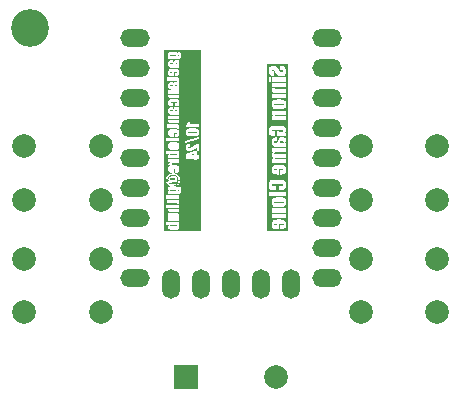
<source format=gbr>
%TF.GenerationSoftware,KiCad,Pcbnew,8.0.5*%
%TF.CreationDate,2024-10-15T22:02:10+02:00*%
%TF.ProjectId,_autosave-pcb,5f617574-6f73-4617-9665-2d7063622e6b,rev?*%
%TF.SameCoordinates,Original*%
%TF.FileFunction,Soldermask,Bot*%
%TF.FilePolarity,Negative*%
%FSLAX46Y46*%
G04 Gerber Fmt 4.6, Leading zero omitted, Abs format (unit mm)*
G04 Created by KiCad (PCBNEW 8.0.5) date 2024-10-15 22:02:10*
%MOMM*%
%LPD*%
G01*
G04 APERTURE LIST*
%ADD10C,0.150000*%
%ADD11C,0.200000*%
%ADD12C,2.000000*%
%ADD13C,3.200000*%
%ADD14R,2.000000X2.000000*%
%ADD15O,2.500000X1.500000*%
%ADD16O,1.500000X2.500000*%
G04 APERTURE END LIST*
D10*
G36*
X153927122Y-49655112D02*
G01*
X153835995Y-49655112D01*
X153768888Y-49653487D01*
X153711529Y-49645269D01*
X153683270Y-49604944D01*
X153707401Y-49558587D01*
X153773526Y-49550747D01*
X153835995Y-49549696D01*
X153927122Y-49549696D01*
X153927122Y-49655112D01*
G37*
G36*
X154426805Y-47671105D02*
G01*
X154470709Y-47679529D01*
X154496110Y-47721441D01*
X154472932Y-47763671D01*
X154407504Y-47773494D01*
X154372279Y-47774149D01*
X153822342Y-47774149D01*
X153755273Y-47772265D01*
X153707084Y-47764306D01*
X153683270Y-47722394D01*
X153707084Y-47679529D01*
X153771794Y-47669788D01*
X153822342Y-47668733D01*
X154360531Y-47668733D01*
X154426805Y-47671105D01*
G37*
G36*
X153927122Y-45019382D02*
G01*
X153835995Y-45019382D01*
X153768888Y-45017758D01*
X153711529Y-45009539D01*
X153683270Y-44969215D01*
X153707401Y-44922858D01*
X153773526Y-44915018D01*
X153835995Y-44913967D01*
X153927122Y-44913967D01*
X153927122Y-45019382D01*
G37*
G36*
X154412065Y-42569200D02*
G01*
X154468487Y-42579274D01*
X154496110Y-42626902D01*
X154474519Y-42671036D01*
X154411515Y-42680491D01*
X154360849Y-42681514D01*
X154110011Y-42681514D01*
X154152466Y-42630512D01*
X154202256Y-42588657D01*
X154219554Y-42580862D01*
X154285509Y-42569462D01*
X154346243Y-42567209D01*
X154412065Y-42569200D01*
G37*
G36*
X154426805Y-39392836D02*
G01*
X154470709Y-39401260D01*
X154496110Y-39443172D01*
X154472932Y-39485401D01*
X154407504Y-39495224D01*
X154372279Y-39495879D01*
X153822342Y-39495879D01*
X153755273Y-39493995D01*
X153707084Y-39486036D01*
X153683270Y-39444124D01*
X153707084Y-39401260D01*
X153771794Y-39391518D01*
X153822342Y-39390464D01*
X154360531Y-39390464D01*
X154426805Y-39392836D01*
G37*
G36*
X154843765Y-50161206D02*
G01*
X153071443Y-50161206D01*
X153071443Y-49588116D01*
X153480060Y-49588116D01*
X153480781Y-49604944D01*
X153482795Y-49651979D01*
X153492618Y-49718751D01*
X153512209Y-49785948D01*
X153537213Y-49838636D01*
X153576561Y-49894585D01*
X153623166Y-49939000D01*
X153682810Y-49974534D01*
X153688668Y-49977072D01*
X153755111Y-49998002D01*
X153819070Y-50009165D01*
X153882914Y-50014863D01*
X153954111Y-50016762D01*
X154110011Y-50016762D01*
X154110011Y-49549696D01*
X154368469Y-49549696D01*
X154435068Y-49552554D01*
X154472932Y-49561127D01*
X154496110Y-49605897D01*
X154465629Y-49660827D01*
X154400592Y-49673147D01*
X154346878Y-49674798D01*
X154191295Y-49674798D01*
X154191295Y-50016762D01*
X154277342Y-50016762D01*
X154345852Y-50015111D01*
X154411532Y-50008903D01*
X154443720Y-50002791D01*
X154503572Y-49979771D01*
X154559328Y-49944262D01*
X154567551Y-49938018D01*
X154615556Y-49892234D01*
X154652766Y-49837438D01*
X154666299Y-49809107D01*
X154686421Y-49744944D01*
X154696708Y-49676322D01*
X154699321Y-49613200D01*
X154696127Y-49544363D01*
X154686545Y-49480736D01*
X154668628Y-49416763D01*
X154666616Y-49411260D01*
X154638457Y-49351175D01*
X154600292Y-49298276D01*
X154576442Y-49275045D01*
X154524245Y-49238251D01*
X154463465Y-49211507D01*
X154450706Y-49207732D01*
X154384453Y-49195603D01*
X154319511Y-49190480D01*
X154250671Y-49188999D01*
X153907436Y-49188999D01*
X153843054Y-49191004D01*
X153777140Y-49198208D01*
X153712760Y-49212574D01*
X153664219Y-49230911D01*
X153607832Y-49266066D01*
X153561349Y-49313903D01*
X153527688Y-49368395D01*
X153502572Y-49430918D01*
X153486758Y-49499023D01*
X153480479Y-49565089D01*
X153480060Y-49588116D01*
X153071443Y-49588116D01*
X153071443Y-48835921D01*
X153480060Y-48835921D01*
X153486177Y-48900873D01*
X153508777Y-48964460D01*
X153523560Y-48987694D01*
X153569294Y-49033781D01*
X153628997Y-49062487D01*
X153633103Y-49063580D01*
X153701383Y-49074681D01*
X153765783Y-49079051D01*
X153834793Y-49080659D01*
X153853776Y-49080726D01*
X154679000Y-49080726D01*
X154679000Y-48720028D01*
X153859174Y-48720028D01*
X153792105Y-48719222D01*
X153726501Y-48714989D01*
X153710259Y-48711772D01*
X153683270Y-48667320D01*
X153714069Y-48619058D01*
X153781269Y-48611099D01*
X153846731Y-48609369D01*
X153878542Y-48609215D01*
X154679000Y-48609215D01*
X154679000Y-48248517D01*
X153500381Y-48248517D01*
X153500381Y-48615248D01*
X153607066Y-48609215D01*
X153554509Y-48649893D01*
X153513827Y-48701589D01*
X153511812Y-48705105D01*
X153487998Y-48766226D01*
X153480091Y-48831314D01*
X153480060Y-48835921D01*
X153071443Y-48835921D01*
X153071443Y-47709693D01*
X153480060Y-47709693D01*
X153480609Y-47722394D01*
X153482898Y-47775360D01*
X153492709Y-47841902D01*
X153511595Y-47907291D01*
X153515939Y-47918301D01*
X153545930Y-47977969D01*
X153585373Y-48030013D01*
X153609607Y-48052610D01*
X153664322Y-48090405D01*
X153724531Y-48116262D01*
X153728357Y-48117383D01*
X153794133Y-48129321D01*
X153862868Y-48134011D01*
X153914422Y-48134846D01*
X154202726Y-48134846D01*
X154268126Y-48134072D01*
X154332934Y-48131288D01*
X154399042Y-48124963D01*
X154435465Y-48118653D01*
X154498375Y-48097712D01*
X154553527Y-48065642D01*
X154573902Y-48050070D01*
X154620512Y-48002319D01*
X154656117Y-47944717D01*
X154668839Y-47914808D01*
X154687414Y-47849410D01*
X154696909Y-47783342D01*
X154699321Y-47724934D01*
X154697261Y-47660489D01*
X154690142Y-47595659D01*
X154676437Y-47532582D01*
X154673284Y-47522041D01*
X154647522Y-47460787D01*
X154610051Y-47408416D01*
X154594223Y-47393130D01*
X154539926Y-47355986D01*
X154480436Y-47331641D01*
X154466581Y-47327721D01*
X154399844Y-47315725D01*
X154335960Y-47310362D01*
X154269222Y-47308209D01*
X154241780Y-47308036D01*
X153940140Y-47308036D01*
X153871895Y-47309737D01*
X153802310Y-47315849D01*
X153734747Y-47328039D01*
X153684223Y-47343597D01*
X153625015Y-47374980D01*
X153574436Y-47419795D01*
X153535943Y-47472191D01*
X153506474Y-47535359D01*
X153489283Y-47600800D01*
X153481425Y-47665802D01*
X153480060Y-47709693D01*
X153071443Y-47709693D01*
X153071443Y-47192460D01*
X153236208Y-47192460D01*
X154679000Y-47192460D01*
X154679000Y-46820966D01*
X153236208Y-46820966D01*
X153236208Y-47192460D01*
X153071443Y-47192460D01*
X153071443Y-46252296D01*
X153215887Y-46252296D01*
X153218926Y-46322167D01*
X153228042Y-46386477D01*
X153245902Y-46453165D01*
X153271700Y-46512590D01*
X153279390Y-46526312D01*
X153317419Y-46581185D01*
X153365505Y-46628428D01*
X153425491Y-46663706D01*
X153437196Y-46668241D01*
X153498554Y-46684664D01*
X153567053Y-46694751D01*
X153637766Y-46700092D01*
X153706383Y-46702083D01*
X153730898Y-46702216D01*
X153866159Y-46702216D01*
X153866159Y-46326277D01*
X153620085Y-46326277D01*
X153556013Y-46324851D01*
X153492117Y-46316368D01*
X153486411Y-46314211D01*
X153459739Y-46261186D01*
X153488204Y-46203847D01*
X153492126Y-46202128D01*
X153557002Y-46191789D01*
X153625198Y-46189757D01*
X153631833Y-46189745D01*
X154289408Y-46189745D01*
X154356711Y-46191487D01*
X154419825Y-46200629D01*
X154424034Y-46202128D01*
X154455468Y-46258329D01*
X154423399Y-46313259D01*
X154359437Y-46323785D01*
X154293247Y-46326163D01*
X154271627Y-46326277D01*
X154089690Y-46326277D01*
X154089690Y-46702216D01*
X154145891Y-46702216D01*
X154212856Y-46701440D01*
X154284803Y-46698464D01*
X154357144Y-46692169D01*
X154424527Y-46681255D01*
X154464359Y-46670464D01*
X154526054Y-46639555D01*
X154577452Y-46595698D01*
X154619892Y-46543396D01*
X154628832Y-46530122D01*
X154659671Y-46472810D01*
X154681698Y-46409149D01*
X154694915Y-46339136D01*
X154699252Y-46272666D01*
X154699321Y-46262774D01*
X154696510Y-46193304D01*
X154688077Y-46129365D01*
X154671556Y-46063064D01*
X154647693Y-46003986D01*
X154640580Y-45990345D01*
X154603794Y-45935858D01*
X154554554Y-45888689D01*
X154496508Y-45855598D01*
X154477377Y-45848416D01*
X154410457Y-45831686D01*
X154346878Y-45822459D01*
X154273211Y-45816544D01*
X154202038Y-45814111D01*
X154163672Y-45813807D01*
X153747726Y-45813807D01*
X153684169Y-45814308D01*
X153620537Y-45816109D01*
X153554503Y-45820202D01*
X153517210Y-45824285D01*
X153455516Y-45840026D01*
X153395813Y-45869706D01*
X153368930Y-45888105D01*
X153319829Y-45933828D01*
X153282272Y-45985781D01*
X153256847Y-46035433D01*
X153235247Y-46097131D01*
X153221647Y-46164349D01*
X153216247Y-46229564D01*
X153215887Y-46252296D01*
X153071443Y-46252296D01*
X153071443Y-44952387D01*
X153480060Y-44952387D01*
X153480781Y-44969215D01*
X153482795Y-45016250D01*
X153492618Y-45083022D01*
X153512209Y-45150219D01*
X153537213Y-45202906D01*
X153576561Y-45258856D01*
X153623166Y-45303271D01*
X153682810Y-45338805D01*
X153688668Y-45341343D01*
X153755111Y-45362273D01*
X153819070Y-45373436D01*
X153882914Y-45379134D01*
X153954111Y-45381033D01*
X154110011Y-45381033D01*
X154110011Y-44913967D01*
X154368469Y-44913967D01*
X154435068Y-44916825D01*
X154472932Y-44925398D01*
X154496110Y-44970167D01*
X154465629Y-45025098D01*
X154400592Y-45037417D01*
X154346878Y-45039068D01*
X154191295Y-45039068D01*
X154191295Y-45381033D01*
X154277342Y-45381033D01*
X154345852Y-45379382D01*
X154411532Y-45373174D01*
X154443720Y-45367062D01*
X154503572Y-45344042D01*
X154559328Y-45308532D01*
X154567551Y-45302289D01*
X154615556Y-45256505D01*
X154652766Y-45201708D01*
X154666299Y-45173377D01*
X154686421Y-45109214D01*
X154696708Y-45040592D01*
X154699321Y-44977470D01*
X154696127Y-44908634D01*
X154686545Y-44845007D01*
X154668628Y-44781033D01*
X154666616Y-44775530D01*
X154638457Y-44715445D01*
X154600292Y-44662547D01*
X154576442Y-44639316D01*
X154524245Y-44602521D01*
X154463465Y-44575778D01*
X154450706Y-44572003D01*
X154384453Y-44559874D01*
X154319511Y-44554751D01*
X154250671Y-44553269D01*
X153907436Y-44553269D01*
X153843054Y-44555275D01*
X153777140Y-44562478D01*
X153712760Y-44576845D01*
X153664219Y-44595181D01*
X153607832Y-44630337D01*
X153561349Y-44678173D01*
X153527688Y-44732666D01*
X153502572Y-44795189D01*
X153486758Y-44863294D01*
X153480479Y-44929360D01*
X153480060Y-44952387D01*
X153071443Y-44952387D01*
X153071443Y-43743922D01*
X153480060Y-43743922D01*
X153488474Y-43812446D01*
X153513717Y-43873230D01*
X153555788Y-43926275D01*
X153606404Y-43966341D01*
X153614687Y-43971581D01*
X153562230Y-44013775D01*
X153520323Y-44063840D01*
X153513717Y-44074456D01*
X153488474Y-44134704D01*
X153480060Y-44201144D01*
X153486311Y-44265739D01*
X153509406Y-44329813D01*
X153524512Y-44353552D01*
X153570354Y-44400551D01*
X153629094Y-44429614D01*
X153633103Y-44430708D01*
X153698678Y-44441809D01*
X153767093Y-44446498D01*
X153833077Y-44447837D01*
X153842028Y-44447854D01*
X154679000Y-44447854D01*
X154679000Y-44097634D01*
X153907119Y-44097634D01*
X153838595Y-44096979D01*
X153773200Y-44094319D01*
X153719467Y-44087156D01*
X153683270Y-44039529D01*
X153719150Y-43989996D01*
X153783923Y-43981662D01*
X153854074Y-43979274D01*
X153907119Y-43978883D01*
X154679000Y-43978883D01*
X154679000Y-43628664D01*
X153926805Y-43628664D01*
X153857350Y-43628253D01*
X153787654Y-43626520D01*
X153723068Y-43621129D01*
X153718197Y-43620091D01*
X153683270Y-43573416D01*
X153701686Y-43532139D01*
X153746138Y-43513405D01*
X153810439Y-43511973D01*
X153858221Y-43511818D01*
X154679000Y-43511818D01*
X154679000Y-43161915D01*
X153500381Y-43161915D01*
X153500381Y-43518168D01*
X153614687Y-43511818D01*
X153562230Y-43551590D01*
X153520323Y-43601083D01*
X153513717Y-43611835D01*
X153488474Y-43673910D01*
X153480093Y-43739313D01*
X153480060Y-43743922D01*
X153071443Y-43743922D01*
X153071443Y-42635792D01*
X153480060Y-42635792D01*
X153482326Y-42701313D01*
X153490698Y-42769713D01*
X153507819Y-42837279D01*
X153536711Y-42899770D01*
X153544516Y-42911713D01*
X153587486Y-42962602D01*
X153641414Y-43001820D01*
X153702321Y-43023479D01*
X153770706Y-43032534D01*
X153845600Y-43037529D01*
X153910723Y-43039998D01*
X153985537Y-43041553D01*
X154052364Y-43042139D01*
X154088103Y-43042212D01*
X154679000Y-43042212D01*
X154679000Y-42691357D01*
X154571679Y-42691357D01*
X154624534Y-42656144D01*
X154667569Y-42605945D01*
X154692344Y-42544883D01*
X154699321Y-42481479D01*
X154693017Y-42418267D01*
X154671764Y-42353501D01*
X154645978Y-42307798D01*
X154594116Y-42262786D01*
X154529415Y-42239855D01*
X154465235Y-42230667D01*
X154411969Y-42228737D01*
X154313856Y-42228737D01*
X154245396Y-42232052D01*
X154180004Y-42245109D01*
X154131602Y-42270649D01*
X154089511Y-42325244D01*
X154057301Y-42387108D01*
X154030513Y-42448837D01*
X154018567Y-42478939D01*
X153993871Y-42539694D01*
X153965980Y-42602641D01*
X153934932Y-42658365D01*
X153924265Y-42668814D01*
X153861099Y-42680720D01*
X153828057Y-42681514D01*
X153761188Y-42678840D01*
X153710577Y-42667544D01*
X153683270Y-42621821D01*
X153706449Y-42576099D01*
X153772987Y-42568077D01*
X153826152Y-42567209D01*
X153947443Y-42567209D01*
X153947443Y-42228737D01*
X153869969Y-42228737D01*
X153799625Y-42231248D01*
X153732835Y-42239931D01*
X153668486Y-42258535D01*
X153663902Y-42260488D01*
X153607654Y-42296819D01*
X153564480Y-42344015D01*
X153535625Y-42387812D01*
X153508765Y-42446067D01*
X153490696Y-42513314D01*
X153482014Y-42580637D01*
X153480060Y-42635792D01*
X153071443Y-42635792D01*
X153071443Y-41665782D01*
X153215887Y-41665782D01*
X153219063Y-41735327D01*
X153228589Y-41799494D01*
X153247253Y-41866242D01*
X153274212Y-41925965D01*
X153282248Y-41939798D01*
X153321381Y-41995056D01*
X153369517Y-42042373D01*
X153428125Y-42077303D01*
X153439418Y-42081727D01*
X153504236Y-42099141D01*
X153567700Y-42108428D01*
X153631695Y-42113169D01*
X153703591Y-42114749D01*
X153764554Y-42114749D01*
X153764554Y-41738810D01*
X153638818Y-41738810D01*
X153573113Y-41737756D01*
X153507230Y-41732221D01*
X153489903Y-41728015D01*
X153459739Y-41677212D01*
X153486093Y-41629902D01*
X153550886Y-41619260D01*
X153620720Y-41617519D01*
X154299886Y-41617519D01*
X154366538Y-41619563D01*
X154425304Y-41629902D01*
X154455468Y-41680070D01*
X154422447Y-41735635D01*
X154356339Y-41748460D01*
X154293218Y-41750558D01*
X154130332Y-41750558D01*
X154130332Y-41674672D01*
X153906801Y-41674672D01*
X153906801Y-42114749D01*
X154679000Y-42114749D01*
X154679000Y-41878200D01*
X154575489Y-41843273D01*
X154629856Y-41802859D01*
X154669238Y-41750062D01*
X154671062Y-41746430D01*
X154692256Y-41682769D01*
X154699210Y-41618469D01*
X154699321Y-41608629D01*
X154693993Y-41544966D01*
X154676028Y-41478682D01*
X154654233Y-41431137D01*
X154617188Y-41374803D01*
X154570304Y-41326371D01*
X154542150Y-41305719D01*
X154482313Y-41274350D01*
X154420046Y-41255259D01*
X154401808Y-41252059D01*
X154336291Y-41245674D01*
X154266003Y-41242604D01*
X154199504Y-41241621D01*
X154181452Y-41241581D01*
X153758521Y-41241581D01*
X153685901Y-41242362D01*
X153621161Y-41244706D01*
X153555592Y-41249416D01*
X153487051Y-41258597D01*
X153462279Y-41263807D01*
X153400595Y-41289135D01*
X153347709Y-41329222D01*
X153302709Y-41379191D01*
X153293043Y-41392083D01*
X153259288Y-41448839D01*
X153235176Y-41513374D01*
X153221990Y-41576223D01*
X153216189Y-41645029D01*
X153215887Y-41665782D01*
X153071443Y-41665782D01*
X153071443Y-40557652D01*
X153480060Y-40557652D01*
X153486177Y-40622604D01*
X153508777Y-40686191D01*
X153523560Y-40709424D01*
X153569294Y-40755512D01*
X153628997Y-40784217D01*
X153633103Y-40785310D01*
X153701383Y-40796412D01*
X153765783Y-40800782D01*
X153834793Y-40802389D01*
X153853776Y-40802456D01*
X154679000Y-40802456D01*
X154679000Y-40441758D01*
X153859174Y-40441758D01*
X153792105Y-40440952D01*
X153726501Y-40436720D01*
X153710259Y-40433503D01*
X153683270Y-40389051D01*
X153714069Y-40340788D01*
X153781269Y-40332830D01*
X153846731Y-40331099D01*
X153878542Y-40330945D01*
X154679000Y-40330945D01*
X154679000Y-39970248D01*
X153500381Y-39970248D01*
X153500381Y-40336978D01*
X153607066Y-40330945D01*
X153554509Y-40371624D01*
X153513827Y-40423320D01*
X153511812Y-40426835D01*
X153487998Y-40487957D01*
X153480091Y-40553045D01*
X153480060Y-40557652D01*
X153071443Y-40557652D01*
X153071443Y-39431424D01*
X153480060Y-39431424D01*
X153480609Y-39444124D01*
X153482898Y-39497091D01*
X153492709Y-39563633D01*
X153511595Y-39629021D01*
X153515939Y-39640031D01*
X153545930Y-39699699D01*
X153585373Y-39751743D01*
X153609607Y-39774340D01*
X153664322Y-39812135D01*
X153724531Y-39837993D01*
X153728357Y-39839114D01*
X153794133Y-39851052D01*
X153862868Y-39855741D01*
X153914422Y-39856577D01*
X154202726Y-39856577D01*
X154268126Y-39855802D01*
X154332934Y-39853019D01*
X154399042Y-39846693D01*
X154435465Y-39840384D01*
X154498375Y-39819443D01*
X154553527Y-39787372D01*
X154573902Y-39771800D01*
X154620512Y-39724050D01*
X154656117Y-39666447D01*
X154668839Y-39636539D01*
X154687414Y-39571140D01*
X154696909Y-39505073D01*
X154699321Y-39446664D01*
X154697261Y-39382219D01*
X154690142Y-39317389D01*
X154676437Y-39254313D01*
X154673284Y-39243772D01*
X154647522Y-39182517D01*
X154610051Y-39130147D01*
X154594223Y-39114860D01*
X154539926Y-39077717D01*
X154480436Y-39053372D01*
X154466581Y-39049452D01*
X154399844Y-39037456D01*
X154335960Y-39032092D01*
X154269222Y-39029939D01*
X154241780Y-39029766D01*
X153940140Y-39029766D01*
X153871895Y-39031468D01*
X153802310Y-39037580D01*
X153734747Y-39049770D01*
X153684223Y-39065328D01*
X153625015Y-39096711D01*
X153574436Y-39141525D01*
X153535943Y-39193922D01*
X153506474Y-39257090D01*
X153489283Y-39322531D01*
X153481425Y-39387533D01*
X153480060Y-39431424D01*
X153071443Y-39431424D01*
X153071443Y-38220419D01*
X153480060Y-38220419D01*
X153488474Y-38288942D01*
X153513717Y-38349727D01*
X153555788Y-38402772D01*
X153606404Y-38442837D01*
X153614687Y-38448077D01*
X153562230Y-38490272D01*
X153520323Y-38540337D01*
X153513717Y-38550952D01*
X153488474Y-38611201D01*
X153480060Y-38677641D01*
X153486311Y-38742236D01*
X153509406Y-38806310D01*
X153524512Y-38830049D01*
X153570354Y-38877048D01*
X153629094Y-38906111D01*
X153633103Y-38907205D01*
X153698678Y-38918306D01*
X153767093Y-38922995D01*
X153833077Y-38924334D01*
X153842028Y-38924351D01*
X154679000Y-38924351D01*
X154679000Y-38574131D01*
X153907119Y-38574131D01*
X153838595Y-38573476D01*
X153773200Y-38570816D01*
X153719467Y-38563653D01*
X153683270Y-38516026D01*
X153719150Y-38466493D01*
X153783923Y-38458159D01*
X153854074Y-38455771D01*
X153907119Y-38455380D01*
X154679000Y-38455380D01*
X154679000Y-38105160D01*
X153926805Y-38105160D01*
X153857350Y-38104750D01*
X153787654Y-38103017D01*
X153723068Y-38097626D01*
X153718197Y-38096588D01*
X153683270Y-38049913D01*
X153701686Y-38008636D01*
X153746138Y-37989902D01*
X153810439Y-37988470D01*
X153858221Y-37988315D01*
X154679000Y-37988315D01*
X154679000Y-37638412D01*
X153500381Y-37638412D01*
X153500381Y-37994665D01*
X153614687Y-37988315D01*
X153562230Y-38028087D01*
X153520323Y-38077580D01*
X153513717Y-38088332D01*
X153488474Y-38150406D01*
X153480093Y-38215810D01*
X153480060Y-38220419D01*
X153071443Y-38220419D01*
X153071443Y-37512041D01*
X153236208Y-37512041D01*
X153419097Y-37512041D01*
X153500381Y-37512041D01*
X154679000Y-37512041D01*
X154679000Y-37140548D01*
X153500381Y-37140548D01*
X153500381Y-37512041D01*
X153419097Y-37512041D01*
X153419097Y-37140548D01*
X153236208Y-37140548D01*
X153236208Y-37512041D01*
X153071443Y-37512041D01*
X153071443Y-36586800D01*
X153215887Y-36586800D01*
X153218844Y-36657289D01*
X153227715Y-36722380D01*
X153244763Y-36789155D01*
X153263197Y-36836368D01*
X153295153Y-36894041D01*
X153339804Y-36945241D01*
X153382265Y-36972899D01*
X153443455Y-36992061D01*
X153511157Y-37001823D01*
X153574788Y-37005734D01*
X153626117Y-37006556D01*
X153683270Y-37006556D01*
X153683270Y-36657289D01*
X153575950Y-36657289D01*
X153511656Y-36653525D01*
X153480378Y-36643953D01*
X153459739Y-36599183D01*
X153485775Y-36548063D01*
X153548390Y-36531026D01*
X153564202Y-36530600D01*
X153629481Y-36536829D01*
X153665807Y-36550286D01*
X153713468Y-36596822D01*
X153750722Y-36651244D01*
X153754076Y-36656654D01*
X153792009Y-36716461D01*
X153828018Y-36770463D01*
X153870321Y-36829804D01*
X153909617Y-36880074D01*
X153952801Y-36928427D01*
X154003644Y-36972582D01*
X154065448Y-37004047D01*
X154135694Y-37023370D01*
X154208977Y-37033604D01*
X154280571Y-37037418D01*
X154306236Y-37037673D01*
X154377141Y-37035410D01*
X154445002Y-37027457D01*
X154510820Y-37009959D01*
X154530085Y-37001476D01*
X154584615Y-36960957D01*
X154624863Y-36909317D01*
X154650741Y-36861769D01*
X154674224Y-36800857D01*
X154690022Y-36734570D01*
X154697613Y-36671137D01*
X154699321Y-36620775D01*
X154696586Y-36556779D01*
X154686763Y-36488850D01*
X154669795Y-36426478D01*
X154642168Y-36362952D01*
X154607558Y-36308768D01*
X154563329Y-36262232D01*
X154507658Y-36227660D01*
X154496745Y-36223245D01*
X154434123Y-36205831D01*
X154365355Y-36195673D01*
X154294361Y-36191029D01*
X154245273Y-36190223D01*
X154150653Y-36190223D01*
X154150653Y-36539491D01*
X154327192Y-36539491D01*
X154390926Y-36542700D01*
X154432290Y-36554096D01*
X154455468Y-36606486D01*
X154426257Y-36662052D01*
X154363064Y-36679586D01*
X154339258Y-36680467D01*
X154274774Y-36677705D01*
X154210440Y-36665426D01*
X154173197Y-36645541D01*
X154129544Y-36594429D01*
X154091468Y-36540455D01*
X154056436Y-36487050D01*
X154045556Y-36469955D01*
X154008815Y-36413083D01*
X153972445Y-36359174D01*
X153932221Y-36304363D01*
X153915057Y-36283890D01*
X153865921Y-36242375D01*
X153805582Y-36210520D01*
X153801069Y-36208639D01*
X153735283Y-36189315D01*
X153669141Y-36180658D01*
X153615004Y-36178793D01*
X153547812Y-36180813D01*
X153481327Y-36188072D01*
X153413681Y-36204568D01*
X153376550Y-36221022D01*
X153324517Y-36260255D01*
X153281772Y-36314134D01*
X153258434Y-36358189D01*
X153235997Y-36421171D01*
X153222909Y-36484430D01*
X153216552Y-36553918D01*
X153215887Y-36586800D01*
X153071443Y-36586800D01*
X153071443Y-36034349D01*
X154843765Y-36034349D01*
X154843765Y-50161206D01*
G37*
D11*
G36*
X145435928Y-49682153D02*
G01*
X145476099Y-49688067D01*
X145493684Y-49715667D01*
X145475610Y-49743022D01*
X145424955Y-49749053D01*
X145377180Y-49749861D01*
X144991032Y-49749861D01*
X144939728Y-49748412D01*
X144902616Y-49742289D01*
X144884054Y-49713713D01*
X144899930Y-49687335D01*
X144949812Y-49681605D01*
X144991032Y-49680984D01*
X145386217Y-49680984D01*
X145435928Y-49682153D01*
G37*
G36*
X145329769Y-46676078D02*
G01*
X145353733Y-46680461D01*
X145368632Y-46705618D01*
X145349825Y-46734683D01*
X145300528Y-46740929D01*
X145255059Y-46741766D01*
X144972958Y-46741766D01*
X144923682Y-46740301D01*
X144897976Y-46735904D01*
X144884054Y-46710503D01*
X144900662Y-46682659D01*
X144950465Y-46674752D01*
X144972958Y-46674355D01*
X145278995Y-46674355D01*
X145329769Y-46676078D01*
G37*
G36*
X145249987Y-45637561D02*
G01*
X145295294Y-45655994D01*
X145297801Y-45657572D01*
X145330838Y-45693709D01*
X145337369Y-45724983D01*
X145325061Y-45773164D01*
X145305861Y-45798500D01*
X145264782Y-45825962D01*
X145218896Y-45844662D01*
X145172260Y-45859072D01*
X145121656Y-45871575D01*
X145072182Y-45880505D01*
X145017873Y-45886281D01*
X144976622Y-45887649D01*
X144925881Y-45881604D01*
X144886496Y-45863469D01*
X144856774Y-45824580D01*
X144852791Y-45798500D01*
X144865692Y-45748639D01*
X144899809Y-45710324D01*
X144942456Y-45684480D01*
X144961967Y-45675890D01*
X145010525Y-45658760D01*
X145060883Y-45645837D01*
X145113040Y-45637121D01*
X145166998Y-45632613D01*
X145198639Y-45631926D01*
X145249987Y-45637561D01*
G37*
G36*
X145056001Y-44940231D02*
G01*
X144993719Y-44940231D01*
X144943413Y-44939142D01*
X144902372Y-44933636D01*
X144884054Y-44909456D01*
X144899441Y-44880391D01*
X144950509Y-44875322D01*
X144993719Y-44874774D01*
X145056001Y-44874774D01*
X145056001Y-44940231D01*
G37*
G36*
X146923579Y-43743684D02*
G01*
X146458053Y-43751500D01*
X146923579Y-43639148D01*
X146923579Y-43743684D01*
G37*
G36*
X145435928Y-43656194D02*
G01*
X145476099Y-43662108D01*
X145493684Y-43689707D01*
X145475610Y-43717063D01*
X145424955Y-43723093D01*
X145377180Y-43723901D01*
X144991032Y-43723901D01*
X144939728Y-43722452D01*
X144902616Y-43716330D01*
X144884054Y-43687753D01*
X144899930Y-43661375D01*
X144949812Y-43655645D01*
X144991032Y-43655025D01*
X145386217Y-43655025D01*
X145435928Y-43656194D01*
G37*
G36*
X145446438Y-42933080D02*
G01*
X145477320Y-42938416D01*
X145493684Y-42964306D01*
X145478785Y-42990440D01*
X145429418Y-42996719D01*
X145406245Y-42997035D01*
X144983217Y-42997035D01*
X144933235Y-42995819D01*
X144899197Y-42990684D01*
X144884054Y-42965039D01*
X144899441Y-42938416D01*
X144948842Y-42932119D01*
X144983217Y-42931578D01*
X145397208Y-42931578D01*
X145446438Y-42933080D01*
G37*
G36*
X145056001Y-41898919D02*
G01*
X144993719Y-41898919D01*
X144943413Y-41897830D01*
X144902372Y-41892324D01*
X144884054Y-41868144D01*
X144899441Y-41839079D01*
X144950509Y-41834010D01*
X144993719Y-41833462D01*
X145056001Y-41833462D01*
X145056001Y-41898919D01*
G37*
G36*
X147094993Y-41771698D02*
G01*
X147145179Y-41775705D01*
X147156587Y-41778750D01*
X147173684Y-41812700D01*
X147153168Y-41846406D01*
X147103365Y-41853752D01*
X147050586Y-41854954D01*
X146488827Y-41854954D01*
X146435902Y-41854088D01*
X146386352Y-41849344D01*
X146380383Y-41847627D01*
X146360844Y-41813921D01*
X146381849Y-41779483D01*
X146433483Y-41772137D01*
X146483517Y-41770943D01*
X146488827Y-41770935D01*
X147042037Y-41770935D01*
X147094993Y-41771698D01*
G37*
G36*
X145435259Y-39950418D02*
G01*
X145475610Y-39956944D01*
X145493684Y-39987230D01*
X145480251Y-40014829D01*
X145428548Y-40021012D01*
X145397452Y-40021424D01*
X145220132Y-40021424D01*
X145253184Y-39983777D01*
X145291695Y-39959142D01*
X145340571Y-39950781D01*
X145386217Y-39949128D01*
X145435259Y-39950418D01*
G37*
G36*
X145435259Y-37821597D02*
G01*
X145475610Y-37828123D01*
X145493684Y-37858409D01*
X145480251Y-37886009D01*
X145428548Y-37892191D01*
X145397452Y-37892603D01*
X145220132Y-37892603D01*
X145253184Y-37854957D01*
X145291695Y-37830321D01*
X145340571Y-37821960D01*
X145386217Y-37820307D01*
X145435259Y-37821597D01*
G37*
G36*
X145056001Y-36765911D02*
G01*
X144993719Y-36765911D01*
X144943413Y-36764823D01*
X144902372Y-36759317D01*
X144884054Y-36735137D01*
X144899441Y-36706072D01*
X144950509Y-36701003D01*
X144993719Y-36700454D01*
X145056001Y-36700454D01*
X145056001Y-36765911D01*
G37*
G36*
X145435259Y-35975121D02*
G01*
X145475610Y-35981647D01*
X145493684Y-36011933D01*
X145480251Y-36039533D01*
X145428548Y-36045715D01*
X145397452Y-36046127D01*
X145220132Y-36046127D01*
X145253184Y-36008481D01*
X145291695Y-35983846D01*
X145340571Y-35975484D01*
X145386217Y-35973832D01*
X145435259Y-35975121D01*
G37*
G36*
X145329769Y-35270914D02*
G01*
X145353733Y-35275297D01*
X145368632Y-35300454D01*
X145349825Y-35329519D01*
X145300528Y-35335765D01*
X145255059Y-35336602D01*
X144972958Y-35336602D01*
X144923682Y-35335137D01*
X144897976Y-35330740D01*
X144884054Y-35305339D01*
X144900662Y-35277495D01*
X144950465Y-35269588D01*
X144972958Y-35269191D01*
X145278995Y-35269191D01*
X145329769Y-35270914D01*
G37*
G36*
X147456742Y-50154063D02*
G01*
X144397786Y-50154063D01*
X144397786Y-49680984D01*
X144524528Y-49680984D01*
X144779030Y-49680984D01*
X144751940Y-49713713D01*
X144747579Y-49718982D01*
X144732868Y-49746441D01*
X144716669Y-49795152D01*
X144712107Y-49841452D01*
X144716186Y-49892958D01*
X144729527Y-49940799D01*
X144730669Y-49943545D01*
X144756223Y-49986238D01*
X144782937Y-50010468D01*
X144826440Y-50032928D01*
X144848639Y-50038312D01*
X144897670Y-50041792D01*
X144951428Y-50042839D01*
X144981263Y-50042952D01*
X145389148Y-50042952D01*
X145441692Y-50041851D01*
X145490875Y-50038044D01*
X145540334Y-50029030D01*
X145584835Y-50007660D01*
X145621139Y-49972705D01*
X145628262Y-49963329D01*
X145652457Y-49918353D01*
X145664317Y-49867169D01*
X145665631Y-49841452D01*
X145660075Y-49792420D01*
X145643405Y-49746930D01*
X145616773Y-49705372D01*
X145588695Y-49676832D01*
X145650000Y-49661445D01*
X145650000Y-49387893D01*
X144524528Y-49387893D01*
X144524528Y-49680984D01*
X144397786Y-49680984D01*
X144397786Y-48946058D01*
X144727739Y-48946058D01*
X145355198Y-48946058D01*
X145407399Y-48946483D01*
X145458037Y-48948597D01*
X145477076Y-48951431D01*
X145493684Y-48980252D01*
X145476587Y-49010049D01*
X145427480Y-49013999D01*
X145374620Y-49014858D01*
X145348360Y-49014934D01*
X144727739Y-49014934D01*
X144727739Y-49308026D01*
X145650000Y-49308026D01*
X145650000Y-49009561D01*
X145595533Y-49012980D01*
X145629514Y-48975519D01*
X145641451Y-48955339D01*
X145659586Y-48908139D01*
X145665607Y-48858011D01*
X145665631Y-48854467D01*
X145661882Y-48805583D01*
X145648240Y-48757895D01*
X145642916Y-48746756D01*
X145612374Y-48705505D01*
X145582100Y-48683252D01*
X145536283Y-48664400D01*
X145503942Y-48657851D01*
X145453954Y-48654512D01*
X145400215Y-48653272D01*
X145346406Y-48652966D01*
X144727739Y-48652966D01*
X144727739Y-48946058D01*
X144397786Y-48946058D01*
X144397786Y-48217481D01*
X144524528Y-48217481D01*
X144769260Y-48217481D01*
X144741008Y-48258957D01*
X144729692Y-48283915D01*
X144715971Y-48331243D01*
X144712107Y-48375751D01*
X144716667Y-48424872D01*
X144732043Y-48472533D01*
X144750697Y-48504222D01*
X144783788Y-48540789D01*
X144826779Y-48565852D01*
X144839113Y-48569435D01*
X144887576Y-48576728D01*
X144938485Y-48579989D01*
X144994214Y-48581298D01*
X145017655Y-48581403D01*
X145650000Y-48581403D01*
X145650000Y-48288312D01*
X145001046Y-48288312D01*
X144950557Y-48287350D01*
X144903349Y-48281473D01*
X144884054Y-48252896D01*
X144904326Y-48225053D01*
X144954491Y-48218221D01*
X144992254Y-48217481D01*
X145650000Y-48217481D01*
X145650000Y-47924390D01*
X144524528Y-47924390D01*
X144524528Y-48217481D01*
X144397786Y-48217481D01*
X144397786Y-47512841D01*
X144602686Y-47512841D01*
X144602686Y-47806665D01*
X144743370Y-47806665D01*
X144743370Y-47881403D01*
X144899685Y-47881403D01*
X144899685Y-47806665D01*
X145388904Y-47806665D01*
X145440334Y-47807502D01*
X145485624Y-47813748D01*
X145493298Y-47864618D01*
X145493684Y-47893127D01*
X145650000Y-47893127D01*
X145650000Y-47773448D01*
X145649362Y-47723961D01*
X145646851Y-47674968D01*
X145641939Y-47635939D01*
X145624329Y-47589324D01*
X145603349Y-47561201D01*
X145564253Y-47531236D01*
X145534228Y-47520656D01*
X145481481Y-47515314D01*
X145427527Y-47513459D01*
X145374717Y-47512871D01*
X145357885Y-47512841D01*
X144899685Y-47512841D01*
X144899685Y-47453001D01*
X144743370Y-47453001D01*
X144743370Y-47512841D01*
X144602686Y-47512841D01*
X144397786Y-47512841D01*
X144397786Y-47416853D01*
X144524528Y-47416853D01*
X144680844Y-47416853D01*
X144727739Y-47416853D01*
X145650000Y-47416853D01*
X145650000Y-47115458D01*
X144727739Y-47115458D01*
X144727739Y-47416853D01*
X144680844Y-47416853D01*
X144680844Y-47115458D01*
X144524528Y-47115458D01*
X144524528Y-47416853D01*
X144397786Y-47416853D01*
X144397786Y-46577879D01*
X144712107Y-46577879D01*
X144717044Y-46626565D01*
X144733195Y-46673765D01*
X144734577Y-46676553D01*
X144756215Y-46710503D01*
X144761209Y-46718338D01*
X144789288Y-46746162D01*
X144727739Y-46763748D01*
X144727739Y-47035590D01*
X145433600Y-47035590D01*
X145483337Y-47035350D01*
X145532573Y-47034461D01*
X145581965Y-47032358D01*
X145618492Y-47028751D01*
X145665285Y-47011956D01*
X145705890Y-46983426D01*
X145708862Y-46980880D01*
X145743810Y-46942142D01*
X145769416Y-46897154D01*
X145781402Y-46866818D01*
X145794540Y-46817798D01*
X145802203Y-46767643D01*
X145805707Y-46718260D01*
X145806315Y-46685102D01*
X145804118Y-46628678D01*
X145797526Y-46577163D01*
X145784612Y-46524300D01*
X145765958Y-46477848D01*
X145760397Y-46467237D01*
X145726918Y-46426744D01*
X145684313Y-46401423D01*
X145637116Y-46387507D01*
X145580662Y-46381281D01*
X145571842Y-46381019D01*
X145571842Y-46666051D01*
X145620629Y-46676253D01*
X145634368Y-46702199D01*
X145617515Y-46737858D01*
X145567232Y-46746101D01*
X145539357Y-46746651D01*
X145483914Y-46746651D01*
X145511841Y-46706099D01*
X145523237Y-46682171D01*
X145537259Y-46634970D01*
X145540579Y-46596441D01*
X145536913Y-46546665D01*
X145523131Y-46495874D01*
X145509560Y-46468947D01*
X145478558Y-46430832D01*
X145437249Y-46403588D01*
X145427983Y-46399826D01*
X145380411Y-46387808D01*
X145329706Y-46382424D01*
X145286810Y-46381264D01*
X144960502Y-46381264D01*
X144906591Y-46383589D01*
X144853480Y-46391943D01*
X144804568Y-46408603D01*
X144770725Y-46429868D01*
X144737352Y-46469397D01*
X144719034Y-46515650D01*
X144712336Y-46565680D01*
X144712107Y-46577879D01*
X144397786Y-46577879D01*
X144397786Y-45843929D01*
X144508897Y-45843929D01*
X144511026Y-45901171D01*
X144517415Y-45954377D01*
X144528062Y-46003547D01*
X144545867Y-46055811D01*
X144569469Y-46102582D01*
X144598249Y-46145018D01*
X144631586Y-46184274D01*
X144669482Y-46220351D01*
X144711935Y-46253250D01*
X144738241Y-46270622D01*
X144788021Y-46296888D01*
X144834578Y-46314268D01*
X144884724Y-46326907D01*
X144938459Y-46334807D01*
X144995784Y-46337967D01*
X145005687Y-46338033D01*
X145057287Y-46336159D01*
X145106086Y-46330537D01*
X145163146Y-46318241D01*
X145215828Y-46300088D01*
X145264134Y-46276080D01*
X145308063Y-46246216D01*
X145340055Y-46218109D01*
X145375307Y-46180674D01*
X145409722Y-46135657D01*
X145435534Y-46090537D01*
X145454773Y-46037766D01*
X145462301Y-45984856D01*
X145462421Y-45977286D01*
X145454621Y-45925489D01*
X145424671Y-45883357D01*
X145382554Y-45864934D01*
X145417419Y-45827992D01*
X145442393Y-45791906D01*
X145459116Y-45744942D01*
X145462421Y-45707153D01*
X145457368Y-45656687D01*
X145439605Y-45606261D01*
X145409051Y-45562560D01*
X145381577Y-45537160D01*
X145337842Y-45509271D01*
X145287482Y-45489350D01*
X145237983Y-45478455D01*
X145183411Y-45473662D01*
X145166887Y-45473413D01*
X145114295Y-45475560D01*
X145063528Y-45482000D01*
X145014585Y-45492733D01*
X144967467Y-45507760D01*
X144922173Y-45527080D01*
X144878704Y-45550693D01*
X144861828Y-45561340D01*
X144816258Y-45595796D01*
X144780117Y-45633033D01*
X144749868Y-45679993D01*
X144732453Y-45730740D01*
X144727739Y-45777251D01*
X144730544Y-45798500D01*
X144734211Y-45826283D01*
X144753628Y-45870307D01*
X144784257Y-45909832D01*
X144810537Y-45930635D01*
X144727739Y-45939672D01*
X144727739Y-46091836D01*
X145294382Y-46003420D01*
X145317829Y-46000733D01*
X145337369Y-46018319D01*
X145324195Y-46066986D01*
X145300000Y-46103559D01*
X145263312Y-46139568D01*
X145222697Y-46167078D01*
X145187648Y-46185381D01*
X145138279Y-46204057D01*
X145089565Y-46214951D01*
X145036793Y-46220243D01*
X145012037Y-46220796D01*
X144960659Y-46218280D01*
X144903209Y-46208617D01*
X144850343Y-46191707D01*
X144802063Y-46167550D01*
X144758369Y-46136145D01*
X144738241Y-46117726D01*
X144702798Y-46076790D01*
X144674688Y-46031286D01*
X144653911Y-45981215D01*
X144640467Y-45926575D01*
X144634866Y-45877552D01*
X144633949Y-45846616D01*
X144637193Y-45787295D01*
X144646925Y-45731302D01*
X144663144Y-45678636D01*
X144685851Y-45629297D01*
X144715046Y-45583286D01*
X144750728Y-45540602D01*
X144766817Y-45524460D01*
X144810527Y-45487941D01*
X144858614Y-45457612D01*
X144911077Y-45433473D01*
X144967917Y-45415523D01*
X145016540Y-45405620D01*
X145067965Y-45399678D01*
X145122191Y-45397698D01*
X145174413Y-45399629D01*
X145223857Y-45405422D01*
X145281755Y-45418094D01*
X145335312Y-45436801D01*
X145384528Y-45461543D01*
X145429402Y-45492319D01*
X145462177Y-45521284D01*
X145498273Y-45561645D01*
X145528251Y-45605334D01*
X145552111Y-45652349D01*
X145569853Y-45702692D01*
X145581478Y-45756362D01*
X145586984Y-45813360D01*
X145587473Y-45837090D01*
X145585039Y-45889643D01*
X145577736Y-45940689D01*
X145565564Y-45990227D01*
X145556699Y-46017097D01*
X145536700Y-46064543D01*
X145511602Y-46110984D01*
X145481402Y-46156420D01*
X145462421Y-46181229D01*
X145462421Y-46343894D01*
X145501321Y-46311708D01*
X145536810Y-46277887D01*
X145574895Y-46235145D01*
X145608068Y-46190051D01*
X145636330Y-46142604D01*
X145652442Y-46109665D01*
X145672861Y-46059393D01*
X145689055Y-46008778D01*
X145701025Y-45957819D01*
X145708770Y-45906516D01*
X145712291Y-45854871D01*
X145712526Y-45837579D01*
X145710015Y-45779438D01*
X145702481Y-45723716D01*
X145689926Y-45670414D01*
X145672348Y-45619531D01*
X145649748Y-45571068D01*
X145622125Y-45525024D01*
X145589481Y-45481400D01*
X145551814Y-45440196D01*
X145509991Y-45402701D01*
X145465001Y-45370205D01*
X145416843Y-45342709D01*
X145365518Y-45320212D01*
X145311025Y-45302714D01*
X145253364Y-45290215D01*
X145192536Y-45282716D01*
X145128541Y-45280217D01*
X145064767Y-45282545D01*
X145003504Y-45289529D01*
X144944752Y-45301168D01*
X144888511Y-45317464D01*
X144834782Y-45338415D01*
X144783563Y-45364023D01*
X144734856Y-45394286D01*
X144688660Y-45429205D01*
X144646528Y-45468330D01*
X144610013Y-45511087D01*
X144579117Y-45557478D01*
X144553838Y-45607502D01*
X144534176Y-45661159D01*
X144520132Y-45718450D01*
X144511706Y-45779373D01*
X144508897Y-45843929D01*
X144397786Y-45843929D01*
X144397786Y-44896511D01*
X144712107Y-44896511D01*
X144712666Y-44909456D01*
X144714269Y-44946587D01*
X144722035Y-44999007D01*
X144735450Y-45046299D01*
X144757292Y-45093371D01*
X144788395Y-45137511D01*
X144825222Y-45172540D01*
X144867774Y-45198457D01*
X144876971Y-45202548D01*
X144923511Y-45217778D01*
X144972664Y-45227132D01*
X145021685Y-45232086D01*
X145076315Y-45234024D01*
X145084577Y-45234055D01*
X145212316Y-45234055D01*
X145212316Y-44874774D01*
X145403314Y-44874774D01*
X145452346Y-44876605D01*
X145478785Y-44882101D01*
X145493684Y-44910189D01*
X145473168Y-44946093D01*
X145423485Y-44954467D01*
X145386706Y-44955374D01*
X145259211Y-44955374D01*
X145259211Y-45234055D01*
X145333217Y-45234055D01*
X145382137Y-45232982D01*
X145430955Y-45228860D01*
X145463398Y-45223064D01*
X145510720Y-45204868D01*
X145554832Y-45176725D01*
X145561339Y-45171773D01*
X145599336Y-45135482D01*
X145628787Y-45092096D01*
X145639497Y-45069679D01*
X145655422Y-45019075D01*
X145663079Y-44970399D01*
X145665606Y-44921532D01*
X145665631Y-44915806D01*
X145663103Y-44861939D01*
X145655518Y-44812080D01*
X145641334Y-44761862D01*
X145639741Y-44757537D01*
X145617576Y-44710104D01*
X145587363Y-44668254D01*
X145568422Y-44649826D01*
X145526989Y-44620594D01*
X145482189Y-44600432D01*
X145468771Y-44596337D01*
X145416856Y-44586849D01*
X145366223Y-44582841D01*
X145312700Y-44581682D01*
X145048674Y-44581682D01*
X144998378Y-44583272D01*
X144946736Y-44588981D01*
X144896083Y-44600367D01*
X144857676Y-44614899D01*
X144813073Y-44642729D01*
X144776320Y-44680544D01*
X144749720Y-44723587D01*
X144729885Y-44772903D01*
X144718315Y-44820959D01*
X144712695Y-44872492D01*
X144712107Y-44896511D01*
X144397786Y-44896511D01*
X144397786Y-44546023D01*
X144711618Y-44546023D01*
X145056001Y-44546023D01*
X145058223Y-44495346D01*
X145068416Y-44444753D01*
X145074808Y-44430496D01*
X145109665Y-44395869D01*
X145127564Y-44389463D01*
X145180039Y-44384028D01*
X145231566Y-44382365D01*
X145282034Y-44381899D01*
X145289986Y-44381892D01*
X145650000Y-44381892D01*
X145650000Y-44088800D01*
X144727739Y-44088800D01*
X144727739Y-44382624D01*
X144866224Y-44363085D01*
X144816361Y-44386260D01*
X144776133Y-44414571D01*
X144741376Y-44454089D01*
X144719733Y-44500596D01*
X144711618Y-44546023D01*
X144397786Y-44546023D01*
X144397786Y-43655025D01*
X144524528Y-43655025D01*
X144779030Y-43655025D01*
X144751940Y-43687753D01*
X144747579Y-43693022D01*
X144732868Y-43720482D01*
X144716669Y-43769192D01*
X144712107Y-43815492D01*
X144716186Y-43866998D01*
X144729527Y-43914839D01*
X144730669Y-43917586D01*
X144756223Y-43960279D01*
X144782937Y-43984508D01*
X144826440Y-44006968D01*
X144848639Y-44012352D01*
X144897670Y-44015833D01*
X144951428Y-44016879D01*
X144981263Y-44016993D01*
X145389148Y-44016993D01*
X145441692Y-44015892D01*
X145490875Y-44012085D01*
X145540334Y-44003071D01*
X145584835Y-43981701D01*
X145621139Y-43946746D01*
X145628262Y-43937370D01*
X145652457Y-43892393D01*
X145664317Y-43841209D01*
X145665631Y-43815492D01*
X145660075Y-43766461D01*
X145643405Y-43720970D01*
X145616773Y-43679413D01*
X145593500Y-43655757D01*
X146204528Y-43655757D01*
X146204528Y-43751500D01*
X146204528Y-44036776D01*
X146923579Y-44036776D01*
X146923579Y-44115666D01*
X147126789Y-44115666D01*
X147126789Y-44036776D01*
X147330000Y-44036776D01*
X147330000Y-43743684D01*
X147126789Y-43743684D01*
X147126789Y-43413956D01*
X146930174Y-43413956D01*
X146204528Y-43655757D01*
X145593500Y-43655757D01*
X145588695Y-43650873D01*
X145650000Y-43635485D01*
X145650000Y-43361933D01*
X144524528Y-43361933D01*
X144524528Y-43655025D01*
X144397786Y-43655025D01*
X144397786Y-42955269D01*
X144712107Y-42955269D01*
X144712533Y-42965039D01*
X144714348Y-43006626D01*
X144722095Y-43058795D01*
X144735376Y-43105811D01*
X144740439Y-43118912D01*
X144764012Y-43165990D01*
X144795209Y-43207068D01*
X144814445Y-43224913D01*
X144854970Y-43253243D01*
X144899635Y-43273429D01*
X144908722Y-43276204D01*
X144960341Y-43285721D01*
X145013951Y-43289460D01*
X145054047Y-43290126D01*
X145275819Y-43290126D01*
X145326483Y-43289518D01*
X145376827Y-43287335D01*
X145428424Y-43282374D01*
X145457048Y-43277425D01*
X145506555Y-43260869D01*
X145550099Y-43235366D01*
X145566224Y-43222959D01*
X145600731Y-43188338D01*
X145627682Y-43147122D01*
X145641451Y-43115981D01*
X145652990Y-43076657D01*
X146188897Y-43076657D01*
X146191014Y-43127336D01*
X146199142Y-43182909D01*
X146213368Y-43232763D01*
X146237669Y-43283698D01*
X146270269Y-43326850D01*
X146275603Y-43332379D01*
X146315627Y-43366354D01*
X146360046Y-43391985D01*
X146408860Y-43409271D01*
X146462067Y-43418211D01*
X146494445Y-43419574D01*
X146544942Y-43416551D01*
X146596782Y-43407484D01*
X146649966Y-43392371D01*
X146697604Y-43374189D01*
X146704494Y-43371214D01*
X146754001Y-43346919D01*
X146807786Y-43317124D01*
X146859014Y-43287036D01*
X146902219Y-43260824D01*
X146949523Y-43231486D01*
X147000928Y-43199023D01*
X147056433Y-43163434D01*
X147116038Y-43124719D01*
X147158053Y-43097173D01*
X147158053Y-43394905D01*
X147330000Y-43394905D01*
X147330000Y-42768667D01*
X147194933Y-42768667D01*
X147137896Y-42801842D01*
X147083654Y-42833284D01*
X147032207Y-42862994D01*
X146983556Y-42890971D01*
X146937701Y-42917216D01*
X146894640Y-42941728D01*
X146835292Y-42975247D01*
X146782232Y-43004869D01*
X146735463Y-43030591D01*
X146682888Y-43058824D01*
X146632893Y-43084370D01*
X146617787Y-43091556D01*
X146572075Y-43111351D01*
X146525642Y-43128020D01*
X146476316Y-43139927D01*
X146447550Y-43142358D01*
X146398764Y-43136468D01*
X146381605Y-43128681D01*
X146360844Y-43087648D01*
X146383558Y-43046615D01*
X146431396Y-43034861D01*
X146479057Y-43032937D01*
X146595317Y-43032937D01*
X146595317Y-42768667D01*
X146547934Y-42768667D01*
X146494105Y-42769621D01*
X146443489Y-42772874D01*
X146401877Y-42778436D01*
X146354927Y-42792715D01*
X146311833Y-42815853D01*
X146295387Y-42827285D01*
X146256795Y-42862667D01*
X146226749Y-42905709D01*
X146215764Y-42928157D01*
X146199392Y-42978235D01*
X146191022Y-43030053D01*
X146188897Y-43076657D01*
X145652990Y-43076657D01*
X145655218Y-43069064D01*
X145663270Y-43017645D01*
X145665631Y-42966993D01*
X145664008Y-42916714D01*
X145658398Y-42866014D01*
X145647599Y-42816526D01*
X145645115Y-42808235D01*
X145624740Y-42759808D01*
X145594954Y-42718294D01*
X145582344Y-42706141D01*
X145542193Y-42678105D01*
X145495684Y-42658110D01*
X145481228Y-42653873D01*
X145428860Y-42644497D01*
X145379036Y-42640304D01*
X145327158Y-42638621D01*
X145305861Y-42638486D01*
X145073831Y-42638486D01*
X145020670Y-42639830D01*
X144966326Y-42644658D01*
X144913363Y-42654286D01*
X144873551Y-42666574D01*
X144826750Y-42691392D01*
X144786759Y-42726888D01*
X144756315Y-42768423D01*
X144734945Y-42812926D01*
X144720569Y-42863727D01*
X144713661Y-42914170D01*
X144712107Y-42955269D01*
X144397786Y-42955269D01*
X144397786Y-42565213D01*
X144524528Y-42565213D01*
X145650000Y-42565213D01*
X145650000Y-42520516D01*
X146173265Y-42520516D01*
X146173265Y-42744731D01*
X147345631Y-42410607D01*
X147345631Y-42184438D01*
X146173265Y-42520516D01*
X145650000Y-42520516D01*
X145650000Y-42263818D01*
X144524528Y-42263818D01*
X144524528Y-42565213D01*
X144397786Y-42565213D01*
X144397786Y-41855199D01*
X144712107Y-41855199D01*
X144712666Y-41868144D01*
X144714269Y-41905275D01*
X144722035Y-41957695D01*
X144735450Y-42004987D01*
X144757292Y-42052059D01*
X144788395Y-42096199D01*
X144825222Y-42131228D01*
X144867774Y-42157146D01*
X144876971Y-42161236D01*
X144923511Y-42176466D01*
X144972664Y-42185820D01*
X145021685Y-42190774D01*
X145076315Y-42192712D01*
X145084577Y-42192743D01*
X145212316Y-42192743D01*
X145212316Y-41833462D01*
X145403314Y-41833462D01*
X145452346Y-41835294D01*
X145478785Y-41840789D01*
X145493684Y-41868877D01*
X145473168Y-41904781D01*
X145423485Y-41913155D01*
X145386706Y-41914062D01*
X145259211Y-41914062D01*
X145259211Y-42192743D01*
X145333217Y-42192743D01*
X145382137Y-42191670D01*
X145430955Y-42187548D01*
X145463398Y-42181752D01*
X145510720Y-42163556D01*
X145554832Y-42135413D01*
X145561339Y-42130461D01*
X145599336Y-42094170D01*
X145628787Y-42050784D01*
X145639497Y-42028368D01*
X145655422Y-41977763D01*
X145663079Y-41929087D01*
X145665606Y-41880220D01*
X145665631Y-41874495D01*
X145663103Y-41820628D01*
X145661154Y-41807815D01*
X146188897Y-41807815D01*
X146189204Y-41813921D01*
X146191447Y-41858614D01*
X146200263Y-41911432D01*
X146215375Y-41960433D01*
X146221137Y-41974389D01*
X146245063Y-42020742D01*
X146275179Y-42061368D01*
X146300516Y-42085031D01*
X146343746Y-42112887D01*
X146391370Y-42131487D01*
X146405785Y-42135101D01*
X146458896Y-42142989D01*
X146511217Y-42146516D01*
X146566709Y-42147932D01*
X146589699Y-42148046D01*
X146956308Y-42148046D01*
X147008113Y-42147368D01*
X147059419Y-42144933D01*
X147111703Y-42139399D01*
X147140467Y-42133879D01*
X147186687Y-42117489D01*
X147230488Y-42090940D01*
X147249888Y-42075261D01*
X147284154Y-42039346D01*
X147312207Y-41994624D01*
X147323405Y-41968039D01*
X147336949Y-41919083D01*
X147343873Y-41870587D01*
X147345631Y-41828332D01*
X147343796Y-41774337D01*
X147338289Y-41725558D01*
X147327866Y-41677477D01*
X147322428Y-41660048D01*
X147301167Y-41613119D01*
X147269841Y-41570884D01*
X147249399Y-41551849D01*
X147208150Y-41522975D01*
X147162015Y-41500535D01*
X147145108Y-41494696D01*
X147095431Y-41484426D01*
X147046588Y-41479835D01*
X146994835Y-41477991D01*
X146973405Y-41477843D01*
X146589699Y-41477843D01*
X146535100Y-41478796D01*
X146485789Y-41481656D01*
X146434946Y-41487401D01*
X146385655Y-41497144D01*
X146359623Y-41504954D01*
X146314237Y-41527251D01*
X146274863Y-41559947D01*
X146244565Y-41598265D01*
X146235547Y-41612909D01*
X146212997Y-41661012D01*
X146199147Y-41708181D01*
X146191129Y-41759503D01*
X146188897Y-41807815D01*
X145661154Y-41807815D01*
X145655518Y-41770768D01*
X145641334Y-41720550D01*
X145639741Y-41716225D01*
X145617576Y-41668792D01*
X145587363Y-41626942D01*
X145568422Y-41608514D01*
X145526989Y-41579282D01*
X145482189Y-41559120D01*
X145468771Y-41555025D01*
X145416856Y-41545537D01*
X145366223Y-41541530D01*
X145312700Y-41540370D01*
X145048674Y-41540370D01*
X144998378Y-41541960D01*
X144946736Y-41547669D01*
X144896083Y-41559055D01*
X144857676Y-41573587D01*
X144813073Y-41601417D01*
X144776320Y-41639232D01*
X144749720Y-41682275D01*
X144729885Y-41731591D01*
X144718315Y-41779647D01*
X144712695Y-41831180D01*
X144712107Y-41855199D01*
X144397786Y-41855199D01*
X144397786Y-41137125D01*
X144602686Y-41137125D01*
X144602686Y-41430950D01*
X144743370Y-41430950D01*
X144743370Y-41505688D01*
X144899685Y-41505688D01*
X144899685Y-41430950D01*
X145388904Y-41430950D01*
X145440334Y-41431786D01*
X145485624Y-41438033D01*
X145493298Y-41488903D01*
X145493684Y-41517411D01*
X145650000Y-41517411D01*
X145650000Y-41397732D01*
X145649362Y-41348245D01*
X145646851Y-41299253D01*
X145641939Y-41260224D01*
X145624329Y-41213609D01*
X145624301Y-41213572D01*
X146204528Y-41213572D01*
X146204528Y-41388939D01*
X147330000Y-41388939D01*
X147330000Y-41095603D01*
X146719637Y-41095603D01*
X146668040Y-41095323D01*
X146616505Y-41094138D01*
X146567622Y-41090102D01*
X146566008Y-41089741D01*
X146529616Y-41058967D01*
X146519544Y-41008718D01*
X146517269Y-40956401D01*
X146517159Y-40939288D01*
X146517159Y-40904117D01*
X146381849Y-40904117D01*
X146369568Y-40953725D01*
X146354463Y-41000211D01*
X146331611Y-41053929D01*
X146304346Y-41102769D01*
X146272668Y-41146732D01*
X146236578Y-41185817D01*
X146204528Y-41213572D01*
X145624301Y-41213572D01*
X145603349Y-41185485D01*
X145564253Y-41155521D01*
X145534228Y-41144941D01*
X145481481Y-41139598D01*
X145427527Y-41137744D01*
X145374717Y-41137156D01*
X145357885Y-41137125D01*
X144899685Y-41137125D01*
X144899685Y-41077286D01*
X144743370Y-41077286D01*
X144743370Y-41137125D01*
X144602686Y-41137125D01*
X144397786Y-41137125D01*
X144397786Y-40850629D01*
X144712107Y-40850629D01*
X144717053Y-40902538D01*
X144733574Y-40950246D01*
X144747278Y-40972261D01*
X144783939Y-41009223D01*
X144828436Y-41031266D01*
X144834961Y-41033078D01*
X144883825Y-41041413D01*
X144932915Y-41045139D01*
X144985503Y-41046635D01*
X145007397Y-41046756D01*
X145650000Y-41046756D01*
X145650000Y-40753664D01*
X145011549Y-40753664D01*
X144960911Y-40753139D01*
X144910551Y-40750117D01*
X144901395Y-40748291D01*
X144884054Y-40720936D01*
X144904570Y-40690405D01*
X144957317Y-40685103D01*
X145008111Y-40684111D01*
X145026448Y-40684055D01*
X145650000Y-40684055D01*
X145650000Y-40390963D01*
X144727739Y-40390963D01*
X144727739Y-40689184D01*
X144787334Y-40685765D01*
X144753289Y-40720901D01*
X144737508Y-40746337D01*
X144719276Y-40791878D01*
X144712206Y-40843323D01*
X144712107Y-40850629D01*
X144397786Y-40850629D01*
X144397786Y-39994069D01*
X144712107Y-39994069D01*
X144713902Y-40045386D01*
X144720532Y-40099069D01*
X144734091Y-40152264D01*
X144756972Y-40201709D01*
X144763154Y-40211201D01*
X144797300Y-40251529D01*
X144840040Y-40282557D01*
X144888206Y-40299617D01*
X144941813Y-40306819D01*
X144990860Y-40310311D01*
X145039866Y-40312420D01*
X145096266Y-40313803D01*
X145146709Y-40314385D01*
X145187648Y-40314515D01*
X145650000Y-40314515D01*
X145650000Y-40028996D01*
X145591625Y-40028996D01*
X145627346Y-39994374D01*
X145639986Y-39975262D01*
X145659220Y-39929283D01*
X145665606Y-39878969D01*
X145665631Y-39875367D01*
X145660552Y-39825034D01*
X145645313Y-39777471D01*
X145622644Y-39736637D01*
X145586022Y-39703149D01*
X145536381Y-39683614D01*
X145486844Y-39675366D01*
X145436775Y-39673134D01*
X145361304Y-39673134D01*
X145307090Y-39675800D01*
X145255154Y-39686300D01*
X145216468Y-39706839D01*
X145185431Y-39745765D01*
X145160123Y-39792631D01*
X145139238Y-39839555D01*
X145126831Y-39870482D01*
X145108327Y-39916269D01*
X145087635Y-39963614D01*
X145063713Y-40007145D01*
X145057711Y-40012876D01*
X145009250Y-40021015D01*
X144987613Y-40021424D01*
X144938072Y-40019648D01*
X144902128Y-40012143D01*
X144884054Y-39983322D01*
X144898709Y-39954746D01*
X144949804Y-39949573D01*
X144986147Y-39949128D01*
X145087264Y-39949128D01*
X145087264Y-39673134D01*
X145019853Y-39673134D01*
X144970516Y-39674706D01*
X144917088Y-39681094D01*
X144868896Y-39693795D01*
X144857676Y-39698291D01*
X144816368Y-39724383D01*
X144781882Y-39760671D01*
X144756071Y-39799163D01*
X144734819Y-39845093D01*
X144720522Y-39897978D01*
X144713653Y-39950826D01*
X144712107Y-39994069D01*
X144397786Y-39994069D01*
X144397786Y-39301885D01*
X144712107Y-39301885D01*
X144715053Y-39355221D01*
X144723892Y-39404589D01*
X144740878Y-39455383D01*
X144759246Y-39491417D01*
X144787713Y-39531738D01*
X144823920Y-39566705D01*
X144869313Y-39593212D01*
X144878192Y-39596686D01*
X144929464Y-39610467D01*
X144979686Y-39617818D01*
X145030343Y-39621569D01*
X145087264Y-39622820D01*
X145087264Y-39345604D01*
X144972226Y-39345604D01*
X144923050Y-39343208D01*
X144901151Y-39338033D01*
X144884054Y-39311410D01*
X144898220Y-39285520D01*
X144947486Y-39279009D01*
X144971004Y-39278682D01*
X145403314Y-39278682D01*
X145452315Y-39282879D01*
X145472191Y-39289428D01*
X145493684Y-39319714D01*
X145470969Y-39351222D01*
X145420540Y-39358975D01*
X145377669Y-39360014D01*
X145259211Y-39360014D01*
X145259211Y-39622820D01*
X145313998Y-39622041D01*
X145366473Y-39620180D01*
X145417438Y-39616488D01*
X145432379Y-39614760D01*
X145481713Y-39602084D01*
X145528612Y-39579095D01*
X145546929Y-39567377D01*
X145586874Y-39534083D01*
X145618782Y-39493921D01*
X145635589Y-39463329D01*
X145652693Y-39415675D01*
X145662081Y-39366292D01*
X145665514Y-39316912D01*
X145665631Y-39305304D01*
X145663668Y-39255282D01*
X145656615Y-39203838D01*
X145642550Y-39153263D01*
X145624598Y-39114795D01*
X145595628Y-39074580D01*
X145556432Y-39039711D01*
X145509560Y-39014655D01*
X145457463Y-38999328D01*
X145407370Y-38991153D01*
X145357403Y-38986981D01*
X145301709Y-38985590D01*
X145044521Y-38985590D01*
X144989658Y-38987086D01*
X144936331Y-38992345D01*
X144887501Y-39002630D01*
X144867201Y-39009526D01*
X144823661Y-39035286D01*
X144787068Y-39072296D01*
X144759490Y-39112108D01*
X144736585Y-39158817D01*
X144721176Y-39210743D01*
X144713773Y-39261278D01*
X144712107Y-39301885D01*
X144397786Y-39301885D01*
X144397786Y-38721808D01*
X144712107Y-38721808D01*
X144717053Y-38773717D01*
X144733574Y-38821425D01*
X144747278Y-38843441D01*
X144783939Y-38880403D01*
X144828436Y-38902445D01*
X144834961Y-38904257D01*
X144883825Y-38912592D01*
X144932915Y-38916319D01*
X144985503Y-38917815D01*
X145007397Y-38917935D01*
X145650000Y-38917935D01*
X145650000Y-38624843D01*
X145011549Y-38624843D01*
X144960911Y-38624319D01*
X144910551Y-38621296D01*
X144901395Y-38619470D01*
X144884054Y-38592115D01*
X144904570Y-38561585D01*
X144957317Y-38556282D01*
X145008111Y-38555290D01*
X145026448Y-38555234D01*
X145650000Y-38555234D01*
X145650000Y-38262143D01*
X144727739Y-38262143D01*
X144727739Y-38560363D01*
X144787334Y-38556944D01*
X144753289Y-38592081D01*
X144737508Y-38617516D01*
X144719276Y-38663058D01*
X144712206Y-38714503D01*
X144712107Y-38721808D01*
X144397786Y-38721808D01*
X144397786Y-37865248D01*
X144712107Y-37865248D01*
X144713902Y-37916565D01*
X144720532Y-37970249D01*
X144734091Y-38023444D01*
X144756972Y-38072888D01*
X144763154Y-38082380D01*
X144797300Y-38122709D01*
X144840040Y-38153737D01*
X144888206Y-38170796D01*
X144941813Y-38177998D01*
X144990860Y-38181490D01*
X145039866Y-38183600D01*
X145096266Y-38184982D01*
X145146709Y-38185564D01*
X145187648Y-38185695D01*
X145650000Y-38185695D01*
X145650000Y-37900175D01*
X145591625Y-37900175D01*
X145627346Y-37865553D01*
X145639986Y-37846441D01*
X145659220Y-37800463D01*
X145665606Y-37750149D01*
X145665631Y-37746546D01*
X145660552Y-37696213D01*
X145645313Y-37648651D01*
X145622644Y-37607816D01*
X145586022Y-37574328D01*
X145536381Y-37554794D01*
X145486844Y-37546546D01*
X145436775Y-37544313D01*
X145361304Y-37544313D01*
X145307090Y-37546979D01*
X145255154Y-37557479D01*
X145216468Y-37578019D01*
X145185431Y-37616945D01*
X145160123Y-37663811D01*
X145139238Y-37710734D01*
X145126831Y-37741661D01*
X145108327Y-37787448D01*
X145087635Y-37834793D01*
X145063713Y-37878324D01*
X145057711Y-37884055D01*
X145009250Y-37892194D01*
X144987613Y-37892603D01*
X144938072Y-37890827D01*
X144902128Y-37883322D01*
X144884054Y-37854501D01*
X144898709Y-37825925D01*
X144949804Y-37820752D01*
X144986147Y-37820307D01*
X145087264Y-37820307D01*
X145087264Y-37544313D01*
X145019853Y-37544313D01*
X144970516Y-37545885D01*
X144917088Y-37552273D01*
X144868896Y-37564974D01*
X144857676Y-37569470D01*
X144816368Y-37595562D01*
X144781882Y-37631851D01*
X144756071Y-37670342D01*
X144734819Y-37716272D01*
X144720522Y-37769158D01*
X144713653Y-37822006D01*
X144712107Y-37865248D01*
X144397786Y-37865248D01*
X144397786Y-37145220D01*
X144602686Y-37145220D01*
X144602686Y-37439044D01*
X144743370Y-37439044D01*
X144743370Y-37513783D01*
X144899685Y-37513783D01*
X144899685Y-37439044D01*
X145388904Y-37439044D01*
X145440334Y-37439881D01*
X145485624Y-37446127D01*
X145493298Y-37496997D01*
X145493684Y-37525506D01*
X145650000Y-37525506D01*
X145650000Y-37405827D01*
X145649362Y-37356340D01*
X145646851Y-37307348D01*
X145641939Y-37268319D01*
X145624329Y-37221704D01*
X145603349Y-37193580D01*
X145564253Y-37163616D01*
X145534228Y-37153036D01*
X145481481Y-37147693D01*
X145427527Y-37145839D01*
X145374717Y-37145251D01*
X145357885Y-37145220D01*
X144899685Y-37145220D01*
X144899685Y-37085381D01*
X144743370Y-37085381D01*
X144743370Y-37145220D01*
X144602686Y-37145220D01*
X144397786Y-37145220D01*
X144397786Y-36722192D01*
X144712107Y-36722192D01*
X144712666Y-36735137D01*
X144714269Y-36772267D01*
X144722035Y-36824688D01*
X144735450Y-36871979D01*
X144757292Y-36919051D01*
X144788395Y-36963192D01*
X144825222Y-36998220D01*
X144867774Y-37024138D01*
X144876971Y-37028228D01*
X144923511Y-37043459D01*
X144972664Y-37052812D01*
X145021685Y-37057766D01*
X145076315Y-37059705D01*
X145084577Y-37059735D01*
X145212316Y-37059735D01*
X145212316Y-36700454D01*
X145403314Y-36700454D01*
X145452346Y-36702286D01*
X145478785Y-36707781D01*
X145493684Y-36735869D01*
X145473168Y-36771773D01*
X145423485Y-36780148D01*
X145386706Y-36781054D01*
X145259211Y-36781054D01*
X145259211Y-37059735D01*
X145333217Y-37059735D01*
X145382137Y-37058662D01*
X145430955Y-37054540D01*
X145463398Y-37048744D01*
X145510720Y-37030548D01*
X145554832Y-37002405D01*
X145561339Y-36997453D01*
X145599336Y-36961162D01*
X145628787Y-36917777D01*
X145639497Y-36895360D01*
X145655422Y-36844756D01*
X145663079Y-36796079D01*
X145665606Y-36747212D01*
X145665631Y-36741487D01*
X145663103Y-36687620D01*
X145655518Y-36637760D01*
X145641334Y-36587542D01*
X145639741Y-36583217D01*
X145617576Y-36535785D01*
X145587363Y-36493934D01*
X145568422Y-36475506D01*
X145526989Y-36446275D01*
X145482189Y-36426112D01*
X145468771Y-36422017D01*
X145416856Y-36412529D01*
X145366223Y-36408522D01*
X145312700Y-36407363D01*
X145048674Y-36407363D01*
X144998378Y-36408952D01*
X144946736Y-36414661D01*
X144896083Y-36426047D01*
X144857676Y-36440580D01*
X144813073Y-36468409D01*
X144776320Y-36506225D01*
X144749720Y-36549268D01*
X144729885Y-36598584D01*
X144718315Y-36646639D01*
X144712695Y-36698172D01*
X144712107Y-36722192D01*
X144397786Y-36722192D01*
X144397786Y-36018772D01*
X144712107Y-36018772D01*
X144713902Y-36070089D01*
X144720532Y-36123773D01*
X144734091Y-36176968D01*
X144756972Y-36226412D01*
X144763154Y-36235904D01*
X144797300Y-36276233D01*
X144840040Y-36307261D01*
X144888206Y-36324320D01*
X144941813Y-36331522D01*
X144990860Y-36335014D01*
X145039866Y-36337124D01*
X145096266Y-36338506D01*
X145146709Y-36339088D01*
X145187648Y-36339219D01*
X145650000Y-36339219D01*
X145650000Y-36053699D01*
X145591625Y-36053699D01*
X145627346Y-36019078D01*
X145639986Y-35999966D01*
X145659220Y-35953987D01*
X145665606Y-35903673D01*
X145665631Y-35900070D01*
X145660552Y-35849737D01*
X145645313Y-35802175D01*
X145622644Y-35761340D01*
X145586022Y-35727852D01*
X145536381Y-35708318D01*
X145486844Y-35700070D01*
X145436775Y-35697837D01*
X145361304Y-35697837D01*
X145307090Y-35700503D01*
X145255154Y-35711003D01*
X145216468Y-35731543D01*
X145185431Y-35770469D01*
X145160123Y-35817335D01*
X145139238Y-35864258D01*
X145126831Y-35895185D01*
X145108327Y-35940972D01*
X145087635Y-35988317D01*
X145063713Y-36031849D01*
X145057711Y-36037579D01*
X145009250Y-36045718D01*
X144987613Y-36046127D01*
X144938072Y-36044351D01*
X144902128Y-36036846D01*
X144884054Y-36008026D01*
X144898709Y-35979449D01*
X144949804Y-35974276D01*
X144986147Y-35973832D01*
X145087264Y-35973832D01*
X145087264Y-35697837D01*
X145019853Y-35697837D01*
X144970516Y-35699409D01*
X144917088Y-35705797D01*
X144868896Y-35718498D01*
X144857676Y-35722994D01*
X144816368Y-35749086D01*
X144781882Y-35785375D01*
X144756071Y-35823866D01*
X144734819Y-35869797D01*
X144720522Y-35922682D01*
X144713653Y-35975530D01*
X144712107Y-36018772D01*
X144397786Y-36018772D01*
X144397786Y-35172715D01*
X144712107Y-35172715D01*
X144717044Y-35221401D01*
X144733195Y-35268601D01*
X144734577Y-35271389D01*
X144756215Y-35305339D01*
X144761209Y-35313174D01*
X144789288Y-35340998D01*
X144727739Y-35358584D01*
X144727739Y-35630426D01*
X145433600Y-35630426D01*
X145483337Y-35630186D01*
X145532573Y-35629297D01*
X145581965Y-35627194D01*
X145618492Y-35623587D01*
X145665285Y-35606792D01*
X145705890Y-35578262D01*
X145708862Y-35575716D01*
X145743810Y-35536978D01*
X145769416Y-35491990D01*
X145781402Y-35461654D01*
X145794540Y-35412634D01*
X145802203Y-35362479D01*
X145805707Y-35313096D01*
X145806315Y-35279938D01*
X145804118Y-35223514D01*
X145797526Y-35171999D01*
X145784612Y-35119136D01*
X145765958Y-35072684D01*
X145760397Y-35062073D01*
X145726918Y-35021580D01*
X145684313Y-34996259D01*
X145637116Y-34982343D01*
X145580662Y-34976117D01*
X145571842Y-34975855D01*
X145571842Y-35260887D01*
X145620629Y-35271089D01*
X145634368Y-35297035D01*
X145617515Y-35332694D01*
X145567232Y-35340937D01*
X145539357Y-35341487D01*
X145483914Y-35341487D01*
X145511841Y-35300935D01*
X145523237Y-35277007D01*
X145537259Y-35229806D01*
X145540579Y-35191277D01*
X145536913Y-35141501D01*
X145523131Y-35090710D01*
X145509560Y-35063783D01*
X145478558Y-35025668D01*
X145437249Y-34998424D01*
X145427983Y-34994662D01*
X145380411Y-34982644D01*
X145329706Y-34977260D01*
X145286810Y-34976100D01*
X144960502Y-34976100D01*
X144906591Y-34978425D01*
X144853480Y-34986779D01*
X144804568Y-35003439D01*
X144770725Y-35024704D01*
X144737352Y-35064233D01*
X144719034Y-35110486D01*
X144712336Y-35160516D01*
X144712107Y-35172715D01*
X144397786Y-35172715D01*
X144397786Y-34864744D01*
X147456742Y-34864744D01*
X147456742Y-50154063D01*
G37*
D12*
%TO.C,SBR1*%
X161000000Y-52500000D03*
X167500000Y-52500000D03*
X161000000Y-57000000D03*
X167500000Y-57000000D03*
%TD*%
%TO.C,STL1*%
X132500000Y-43000000D03*
X139000000Y-43000000D03*
X132500000Y-47500000D03*
X139000000Y-47500000D03*
%TD*%
D13*
%TO.C,keychain1*%
X133000000Y-33000000D03*
%TD*%
D12*
%TO.C,SBL1*%
X132500000Y-52500000D03*
X139000000Y-52500000D03*
X132500000Y-57000000D03*
X139000000Y-57000000D03*
%TD*%
%TO.C,STR1*%
X161000000Y-43000000D03*
X167500000Y-43000000D03*
X161000000Y-47500000D03*
X167500000Y-47500000D03*
%TD*%
D14*
%TO.C,BZ1*%
X146200000Y-62500000D03*
D12*
X153800000Y-62500000D03*
%TD*%
D15*
%TO.C,U1*%
X158120000Y-33840000D03*
X158120000Y-36380000D03*
X158120000Y-38920000D03*
X158120000Y-41460000D03*
X158120000Y-44000000D03*
X158120000Y-46540000D03*
X158120000Y-49080000D03*
X158120000Y-51620000D03*
X158120000Y-54160000D03*
D16*
X155080000Y-54660000D03*
X152540000Y-54660000D03*
X150000000Y-54660000D03*
X147460000Y-54660000D03*
X144920000Y-54660000D03*
D15*
X141880000Y-54160000D03*
X141880000Y-51620000D03*
X141880000Y-49080000D03*
X141880000Y-46540000D03*
X141880000Y-44000000D03*
X141880000Y-41460000D03*
X141880000Y-38920000D03*
X141880000Y-36380000D03*
X141880000Y-33840000D03*
%TD*%
M02*

</source>
